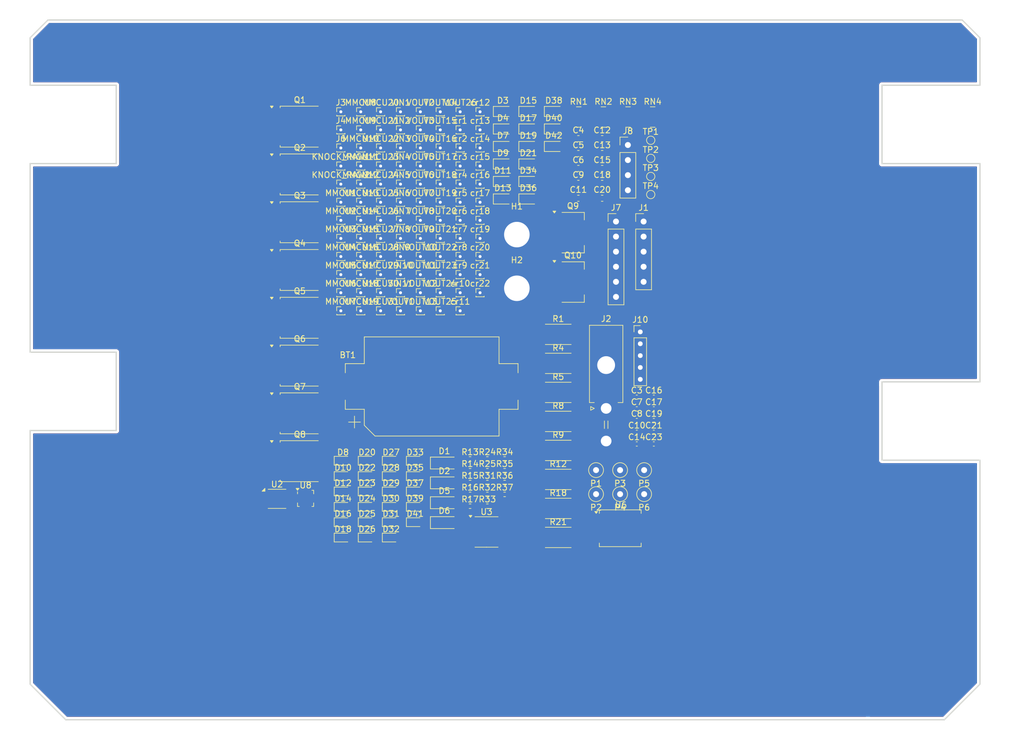
<source format=kicad_pcb>
(kicad_pcb (version 20240108) (generator "pcbnew") (generator_version "8.0")
  (title_block (title "Porsche88") (date "2024-07-24") (rev "a"))
  (layers (0 "F.Cu" signal) (1 "In1.Cu" signal) (2 "In2.Cu" signal) (31 "B.Cu" signal) (34 "B.Paste" user) (35 "F.Paste" user) (36 "B.SilkS" user "B.Silkscreen") (37 "F.SilkS" user "F.Silkscreen") (38 "B.Mask" user) (39 "F.Mask" user) (44 "Edge.Cuts" user))
  (net 0 "")
  (net 1 "GND")
  (net 2 "/COIL_4")
  (net 3 "/COIL_6")
  (net 4 "/COIL_5")
  (net 5 "/COIL_1")
  (net 6 "/COIL_2")
  (net 7 "/COIL_3")
  (net 8 "/COIL_7")
  (net 9 "/COIL_8")
  (net 10 "Net-(BT1-+)")
  (net 11 "+5V")
  (net 12 "Net-(U3A--)")
  (net 13 "Net-(C4-Pad2)")
  (net 14 "Net-(U3B--)")
  (net 15 "Net-(C5-Pad2)")
  (net 16 "+12V_RAW")
  (net 17 "+5VA")
  (net 18 "Net-(U4-ENA)")
  (net 19 "Net-(C10-Pad1)")
  (net 20 "Net-(U4-VCP)")
  (net 21 "Net-(D4-K)")
  (net 22 "/NRESET")
  (net 23 "+3V3")
  (net 24 "Net-(cr1-Pin_1)")
  (net 25 "Net-(cr2-Pin_1)")
  (net 26 "Net-(cr3-Pin_1)")
  (net 27 "Net-(cr4-Pin_1)")
  (net 28 "Net-(cr5-Pin_1)")
  (net 29 "Net-(cr6-Pin_1)")
  (net 30 "Net-(cr7-Pin_1)")
  (net 31 "Net-(cr8-Pin_1)")
  (net 32 "Net-(cr9-Pin_1)")
  (net 33 "Net-(cr10-Pin_1)")
  (net 34 "Net-(cr11-Pin_1)")
  (net 35 "Net-(cr12-Pin_1)")
  (net 36 "Net-(cr13-Pin_1)")
  (net 37 "Net-(cr14-Pin_1)")
  (net 38 "Net-(cr15-Pin_1)")
  (net 39 "Net-(cr16-Pin_1)")
  (net 40 "Net-(cr17-Pin_1)")
  (net 41 "Net-(cr18-Pin_1)")
  (net 42 "Net-(cr19-Pin_1)")
  (net 43 "Net-(cr20-Pin_1)")
  (net 44 "Net-(cr21-Pin_1)")
  (net 45 "/OUT_ICV")
  (net 46 "/OUT_EVAP")
  (net 47 "Net-(D2-A)")
  (net 48 "Net-(D3-K)")
  (net 49 "/OUT_IDLE")
  (net 50 "/OUT_INJ1")
  (net 51 "Net-(D7-K)")
  (net 52 "/OUT_INJ2")
  (net 53 "Net-(D10-A)")
  (net 54 "Net-(D11-K)")
  (net 55 "/OUT_INJ3")
  (net 56 "/OUT_INJ4")
  (net 57 "Net-(D13-K)")
  (net 58 "/OUT_INJ5")
  (net 59 "Net-(D15-K)")
  (net 60 "/OUT_INJ6")
  (net 61 "Net-(D17-K)")
  (net 62 "/OUT_INJ7")
  (net 63 "Net-(D19-K)")
  (net 64 "/OUT_INJ8")
  (net 65 "Net-(D21-K)")
  (net 66 "/OUT_IGN8")
  (net 67 "Net-(D23-K)")
  (net 68 "/OUT_IGN6")
  (net 69 "Net-(D24-K)")
  (net 70 "/OUT_IGN4")
  (net 71 "Net-(D25-K)")
  (net 72 "Net-(D26-K)")
  (net 73 "/OUT_IGN2")
  (net 74 "Net-(D27-K)")
  (net 75 "/OUT_IGN7")
  (net 76 "/OUT_IGN5")
  (net 77 "Net-(D28-K)")
  (net 78 "/OUT_IGN3")
  (net 79 "Net-(D29-K)")
  (net 80 "/OUT_IGN1")
  (net 81 "Net-(D30-K)")
  (net 82 "Net-(D31-K)")
  (net 83 "Net-(D32-K)")
  (net 84 "Net-(D33-K)")
  (net 85 "+12V")
  (net 86 "Net-(D35-K)")
  (net 87 "Net-(D37-K)")
  (net 88 "/OUT_MAIN_RELAY")
  (net 89 "/OUT_FUEL_PUMP_RELAY")
  (net 90 "Net-(D39-A)")
  (net 91 "Net-(D41-A)")
  (net 92 "/IN_CRANK")
  (net 93 "/OUT_ETB+")
  (net 94 "/OUT_ETB-")
  (net 95 "Net-(J3-Pin_1)")
  (net 96 "Net-(J4-Pin_1)")
  (net 97 "Net-(J6-Pin_1)")
  (net 98 "/IN_TPS3")
  (net 99 "+5VP")
  (net 100 "/IN_TPS2")
  (net 101 "/IN_PPS1")
  (net 102 "/IN_PPS2")
  (net 103 "/USBP")
  (net 105 "/USBM")
  (net 106 "/VBUS")
  (net 107 "/IN_KNOCK1_RAW")
  (net 108 "/IN_KNOCK2_RAW")
  (net 109 "Net-(M9B-OUT_PWM4)")
  (net 110 "Net-(M9B-OUT_IO2)")
  (net 111 "Net-(M9B-OUT_IO4)")
  (net 112 "Net-(M9B-OUT_IO6)")
  (net 113 "Net-(M9B-OUT_IO8)")
  (net 114 "Net-(M9B-OUT_IO9)")
  (net 115 "Net-(M9B-OUT_IO10)")
  (net 116 "Net-(M9B-OUT_IO11)")
  (net 117 "Net-(M9B-OUT_IO12)")
  (net 118 "Net-(M9B-OUT_IO13)")
  (net 119 "Net-(M9C-IN_D1)")
  (net 120 "Net-(M9C-IN_D2)")
  (net 121 "Net-(M9C-IN_D3)")
  (net 122 "Net-(M9C-IN_D4)")
  (net 123 "Net-(M9A-SPI1_SCK)")
  (net 124 "Net-(M9A-SPI1_MISO)")
  (net 125 "Net-(M9A-SPI1_MOSI)")
  (net 126 "Net-(M9A-SPI1_CS1)")
  (net 127 "Net-(M9A-SPI1_CS2)")
  (net 128 "Net-(M9A-UART8_RX)")
  (net 129 "Net-(M9A-UART8_TX)")
  (net 130 "Net-(M9A-UART2_RX)")
  (net 131 "Net-(M9A-UART2_TX)")
  (net 132 "Net-(M9A-USB1ID)")
  (net 133 "Net-(M9A-SWCLK)")
  (net 134 "Net-(M9A-SWDIO)")
  (net 135 "Net-(M9A-SWO)")
  (net 136 "Net-(M9D-IO1)")
  (net 137 "Net-(M9D-IO2)")
  (net 138 "Net-(M9D-IO3)")
  (net 139 "Net-(M9D-IO4)")
  (net 140 "/LSU_HEAT-")
  (net 141 "/LSU_CALIBR_RES")
  (net 142 "/LSU_PUMP_I")
  (net 143 "/LSU_SENSOR_U{slash}PUMP_I")
  (net 144 "/LSU_SENSOR_U")
  (net 145 "Net-(Q1-G)")
  (net 146 "Net-(Q2-G)")
  (net 147 "Net-(Q3-G)")
  (net 148 "Net-(Q4-G)")
  (net 149 "Net-(Q5-G)")
  (net 150 "Net-(Q6-G)")
  (net 151 "Net-(Q7-G)")
  (net 152 "Net-(Q8-G)")
  (net 153 "/ICV")
  (net 154 "/IDLE")
  (net 155 "/IN_CRANK+")
  (net 156 "/VREF1")
  (net 157 "/IN_CRANK-")
  (net 158 "/ETB_EN")
  (net 159 "/12V_prot")
  (net 163 "/IN_KNOCK2")
  (net 164 "/IN_KNOCK1")
  (net 170 "Net-(M7C-IN_MAP3)")
  (net 171 "/LPS_SDA")
  (net 172 "/LPS_SCL")
  (net 174 "Net-(M7C-IN_SENS2)")
  (net 175 "Net-(M7C-IN_RES1)")
  (net 176 "Net-(M7C-IN_RES2)")
  (net 177 "Net-(M7C-IN_RES3)")
  (net 178 "Net-(M7C-IN_O2S)")
  (net 179 "Net-(M7C-IN_O2S2)")
  (net 180 "Net-(M7C-IN_AUX4)")
  (net 181 "Net-(M7C-IN_SENS1)")
  (net 182 "Net-(M7C-IN_SENS4)")
  (net 183 "Net-(M7B-WBO_O2S)")
  (net 184 "Net-(M7B-WBO_O2S2)")
  (net 185 "Net-(M6C-OUT_LOW2)")
  (net 186 "Net-(M6C-OUT_LOW6_DIODE)")
  (net 187 "Net-(M6C-OUT_LOW7_PULLUP)")
  (net 188 "Net-(M6C-OUT_LOW8_PULLUP)")
  (net 189 "Net-(M6C-OUT_LOW9)")
  (net 190 "Net-(M6C-OUT_LOW11)")
  (net 191 "Net-(M6C-OUT_LOW12)")
  (net 192 "Net-(M6C-OUT_SOLENOID_A1)")
  (net 193 "Net-(M6C-OUT_SOLENOID_A2)")
  (net 194 "Net-(M6C-OUT_SOLENOID_B1)")
  (net 195 "Net-(M6C-OUT_SOLENOID_B2)")
  (net 196 "Net-(M6C-OUT_HIGH1)")
  (net 197 "Net-(M6C-OUT_HIGH2)")
  (net 198 "Net-(M6B-LOW8_HIGH2)")
  (net 199 "Net-(M6B-LOW9)")
  (net 200 "Net-(M6B-LOW11)")
  (net 201 "Net-(M6B-LOW12)")
  (net 202 "Net-(M6B-SOLENOID_A1)")
  (net 203 "Net-(M6B-SOLENOID_A2)")
  (net 204 "Net-(M6B-SOLENOID_B1)")
  (net 205 "Net-(M6B-SOLENOID_B2)")
  (net 206 "Net-(M6B-LOW1)")
  (net 207 "Net-(M6B-LOW2)")
  (net 208 "Net-(M6B-LOW6_DIODE)")
  (net 209 "Net-(M6B-LOW7_HIGH1)")
  (footprint "Capacitor_SMD:C_0603_1608Metric" (layer "F.Cu") (at 161.99 54.835)
    (property "Reference" "C12")
    (property "Value" "10u")
  )
  (footprint "Connector_PinHeader_1.00mm:PinHeader_1x01_P1.00mm_Vertical" (layer "F.Cu") (at 117.97 83.855)
    (property "Reference" "MMCU7")
    (property "Value" "MMCU")
  )
  (footprint "Connector_PinHeader_1.00mm:PinHeader_1x01_P1.00mm_Vertical" (layer "F.Cu") (at 128.02 65.555)
    (property "Reference" "VIN6")
    (property "Value" "VIN8")
  )
  (footprint "Diode_SMD:D_SOD-323" (layer "F.Cu") (at 145.265 53.205)
    (property "Reference" "D4")
    (property "Value" "1N4148WS")
  )
  (footprint "Connector_PinHeader_1.00mm:PinHeader_1x01_P1.00mm_Vertical" (layer "F.Cu") (at 124.67 68.605)
    (property "Reference" "MMCU26")
    (property "Value" "MMCU")
  )
  (footprint "Connector_PinHeader_1.00mm:PinHeader_1x01_P1.00mm_Vertical" (layer "F.Cu") (at 121.32 68.605)
    (property "Reference" "MMCU14")
    (property "Value" "MMCU")
  )
  (footprint "LED_SMD:LED_0603_1608Metric" (layer "F.Cu") (at 118.34 111.715)
    (property "Reference" "D10")
    (property "Value" "LED-RED-0603")
  )
  (footprint "Capacitor_SMD:C_0603_1608Metric" (layer "F.Cu") (at 161.99 64.875)
    (property "Reference" "C20")
    (property "Value" "10u")
  )
  (footprint "Connector_PinHeader_1.00mm:PinHeader_1x01_P1.00mm_Vertical" (layer "F.Cu") (at 124.67 50.305)
    (property "Reference" "MMCU20")
    (property "Value" "MMCU")
  )
  (footprint "Connector_PinHeader_1.00mm:PinHeader_1x01_P1.00mm_Vertical" (layer "F.Cu") (at 128.02 59.455)
    (property "Reference" "VIN4")
    (property "Value" "VIN8")
  )
  (footprint "Connector_PinHeader_1.00mm:PinHeader_1x01_P1.00mm_Vertical" (layer "F.Cu") (at 141.42 74.705)
    (property "Reference" "cr20")
    (property "Value" "cr")
  )
  (footprint "Connector_PinHeader_1.00mm:PinHeader_1x01_P1.00mm_Vertical" (layer "F.Cu") (at 138.07 83.855)
    (property "Reference" "cr11")
    (property "Value" "cr")
  )
  (footprint "Capacitor_SMD:C_0402_1005Metric" (layer "F.Cu") (at 170.69 100.385)
    (property "Reference" "C17")
    (property "Value" "100nF")
  )
  (footprint "Connector_PinHeader_1.00mm:PinHeader_1x01_P1.00mm_Vertical" (layer "F.Cu") (at 121.32 71.655)
    (property "Reference" "MMCU15")
    (property "Value" "MMCU")
  )
  (footprint "Capacitor_SMD:C_0603_1608Metric" (layer "F.Cu") (at 157.98 59.855)
    (property "Reference" "C6")
    (property "Value" "10u")
  )
  (footprint "Connector_PinHeader_1.00mm:PinHeader_1x01_P1.00mm_Vertical" (layer "F.Cu") (at 121.32 65.555)
    (property "Reference" "MMCU13")
    (property "Value" "MMCU")
  )
  (footprint "LED_SMD:LED_0603_1608Metric" (layer "F.Cu") (at 118.34 119.485)
    (property "Reference" "D16")
    (property "Value" "LED-RED-0603")
  )
  (footprint "Capacitor_SMD:C_0402_1005Metric" (layer "F.Cu") (at 167.82 100.385)
    (property "Reference" "C7")
    (property "Value" "100nF")
  )
  (footprint "Resistor_SMD:R_Array_Concave_4x0603" (layer "F.Cu") (at 158.05 51.185)
    (property "Reference" "RN1")
    (property "Value" "4.7k")
  )
  (footprint "Connector_Pin:Pin_D1.0mm_L10.0mm" (layer "F.Cu") (at 165.01 110.705)
    (property "Reference" "P3")
    (property "Value" "P")
  )
  (footprint "Connector_PinHeader_2.00mm:PinHeader_1x05_P2.00mm_Vertical" (layer "F.Cu") (at 168.41 87.405)
    (property "Reference" "J10")
    (property "Value" "Conn_01x05")
  )
  (footprint "Connector_PinHeader_1.00mm:PinHeader_1x01_P1.00mm_Vertical" (layer "F.Cu") (at 138.07 71.655)
    (property "Reference" "cr7")
    (property "Value" "cr")
  )
  (footprint "Connector_PinHeader_1.00mm:PinHeader_1x01_P1.00mm_Vertical" (layer "F.Cu") (at 117.97 50.305)
    (property "Reference" "J3")
    (property "Value" "VRIN1")
  )
  (footprint "Resistor_SMD:R_0402_1005Metric" (layer "F.Cu") (at 142.65 108.825)
    (property "Reference" "R24")
    (property "Value" "10k")
  )
  (footprint "Resistor_SMD:R_0402_1005Metric" (layer "F.Cu") (at 139.74 116.785)
    (property "Reference" "R17")
    (property "Value" "10k")
  )
  (footprint "Connector_PinHeader_1.00mm:PinHeader_1x01_P1.00mm_Vertical" (layer "F.Cu") (at 128.02 62.505)
    (property "Reference" "VIN5")
    (property "Value" "VIN8")
  )
  (footprint "Diode_SMD:D_SOD-323" (layer "F.Cu") (at 145.265 56.155)
    (property "Reference" "D7")
    (property "Value" "1N4148WS")
  )
  (footprint "Connector_PinHeader_1.00mm:PinHeader_1x01_P1.00mm_Vertical" (layer "F.Cu") (at 121.32 83.855)
    (property "Reference" "MMCU19")
    (property "Value" "MMCU")
  )
  (footprint "Connector_PinHeader_1.00mm:PinHeader_1x01_P1.00mm_Vertical" (layer "F.Cu") (at 128.02 50.305)
    (property "Reference" "VIN1")
    (property "Value" "VIN9")
  )
  (footprint "Capacitor_SMD:C_0402_1005Metric" (layer "F.Cu") (at 167.82 98.415)
    (property "Reference" "C3")
    (property "Value" "100nF")
  )
  (footprint "Connector_PinHeader_1.00mm:PinHeader_1x01_P1.00mm_Vertical" (layer "F.Cu") (at 138.07 56.405)
    (property "Reference" "cr2")
    (property "Value" "cr")
  )
  (footprint "LED_SMD:LED_0603_1608Metric" (layer "F.Cu") (at 118.34 114.305)
    (property "Reference" "D12")
    (property "Value" "LED-RED-0603")
  )
  (footprint "Package_TO_SOT_SMD:SOT-223" (layer "F.Cu") (at 157.07 79.005)
    (property "Reference" "Q10")
    (property "Value" "AUIPS2041LTR")
  )
  (footprint "Connector_PinHeader_1.00mm:PinHeader_1x01_P1.00mm_Vertical" (layer "F.Cu") (at 141.42 71.655)
    (property "Reference" "cr19")
    (property "Value" "cr")
  )
  (footprint "Connector_PinHeader_1.00mm:PinHeader_1x01_P1.00mm_Vertical" (layer "F.Cu") (at 128.02 80.805)
    (property "Reference" "VIN11")
    (property "Value" "VIN17")
  )
  (footprint "TestPoint:TestPoint_Pad_D1.0mm" (layer "F.Cu") (at 170.17 64.255)
    (property "Reference" "TP4")
    (property "Value" "TestPoint")
  )
  (footprint "Connector_PinHeader_1.00mm:PinHeader_1x01_P1.00mm_Vertical" (layer "F.Cu") (at 134.72 77.755)
    (property "Reference" "VOUT23")
    (property "Value" "VOUT4")
  )
  (footprint "Resistor_SMD:R_2512_6332Metric" (layer "F.Cu") (at 154.59 122.055)
    (property "Reference" "R21")
    (property "Value" "DNP")
  )
  (footprint "Connector_PinHeader_1.00mm:PinHeader_1x01_P1.00mm_Vertical" (layer "F.Cu") (at 121.32 53.355)
    (property "Reference" "MMCU9")
    (property "Value" "MMCU")
  )
  (footprint "Connector_PinHeader_1.00mm:PinHeader_1x01_P1.00mm_Vertical" (layer "F.Cu") (at 141.42 56.405)
    (property "Reference" "cr14")
    (property "Value" "cr")
  )
  (footprint "TestPoint:TestPoint_Pad_D1.0mm" (layer "F.Cu") (at 170.17 55.105)
    (property "Reference" "TP1")
    (property "Value" "TestPoint")
  )
  (footprint "Diode_SMD:D_SOD-323" (layer "F.Cu") (at 149.56 65.005)
    (property "Reference" "D36")
    (property "Value" "1N4148WS")
  )
  (footprint "Connector_PinHeader_1.00mm:PinHeader_1x01_P1.00mm_Vertical" (layer "F.Cu") (at 134.72 83.855)
    (property "Reference" "VOUT25")
    (property "Value" "VOUT4")
  )
  (footprint "Package_TO_SOT_SMD:TO-252-2" (layer "F.Cu") (at 111.06 93.085)
    (property "Reference" "Q6")
    (property "Value" "NGD8201AN")
  )
  (footprint "Resistor_SMD:R_0402_1005Metric" (layer "F.Cu") (at 142.65 110.815)
    (property "Reference" "R25")
    (property "Value" "10k")
  )
  (footprint "Resistor_SMD:R_0402_1005Metric" (layer "F.Cu") (at 145.56 112.805)
    (property "Reference" "R36")
    (property "Value" "20k")
  )
  (footprint "Connector_PinHeader_1.00mm:PinHeader_1x01_P1.00mm_Vertical" (layer "F.Cu") (at 141.42 62.505)
    (property "Reference" "cr16")
    (property "Value" "cr")
  )
  (footprint "Connector_PinHeader_1.00mm:PinHeader_1x01_P1.00mm_Vertical" (layer "F.Cu") (at 134.72 56.405)
    (property "Reference" "VOUT16")
    (property "Value" "VOUT4")
  )
  (footprint "Connector_PinHeader_1.00mm:PinHeader_1x01_P1.00mm_Vertical" (layer "F.Cu") (at 134.72 71.655)
    (property "Reference" "VOUT21")
    (property "Value" "VOUT4")
  )
  (footprint "Connector_PinHeader_1.00mm:PinHeader_1x01_P1.00mm_Vertical" (layer "F.Cu") (at 138.07 77.755)
    (property "Reference" "cr9")
    (property "Value" "cr")
  )
  (footprint "Connector_PinHeader_1.00mm:PinHeader_1x01_P1.00mm_Vertical" (layer "F.Cu") (at 138.07 50.305)
    (property "Reference" "VOUT26")
    (property "Value" "VOUT4")
  )
  (footprint "Connector_PinHeader_1.00mm:PinHeader_1x01_P1.00mm_Vertical" (layer "F.Cu") (at 128.02 71.655)
    (property "Reference" "VIN8")
    (property "Value" "VIN8")
  )
  (footprint "Capacitor_SMD:C_0402_1005Metric" (layer "F.Cu") (at 167.82 106.295)
    (property "Reference" "C14")
    (property "Value" "220nF")
  )
  (footprint "Connector_PinHeader_1.00mm:PinHeader_1x01_P1.00mm_Vertical" (layer "F.Cu") (at 117.97 65.555)
    (property "Reference" "MMCU1")
    (property "Value" "MMCU")
  )
  (footprint "LED_SMD:LED_0603_1608Metric" (layer "F.Cu") (at 122.39 116.895)
    (property "Reference" "D24")
    (property "Value" "LED-BLUE-0603")
  )
  (footprint "Connector_PinHeader_1.00mm:PinHeader_1x01_P1.00mm_Vertical" (layer "F.Cu") (at 134.72 65.555)
    (property "Reference" "VOUT19")
    (property "Value" "VOUT4")
  )
  (footprint "Diode_SMD:D_SOD-323" (layer "F.Cu") (at 153.855 56.155)
    (property "Reference" "D42")
    (property "Value" "1N4148WS")
  )
  (footprint "Capacitor_SMD:C_0402_1005Metric" (layer "F.Cu") (at 170.69 104.325)
    (property "Reference" "C21")
    (property "Value" "100nF")
  )
  (footprint "LED_SMD:LED_0603_1608Metric" (layer "F.Cu") (at 130.49 114.305)
    (property "Reference" "D37")
    (property "Value" "LED-RED-0603")
  )
  (footprint "Connector_PinHeader_1.00mm:PinHeader_1x01_P1.00mm_Vertical" (layer "F.Cu") (at 117.97 80.805)
    (property "Reference" "MMCU6")
    (property "Value" "MMCU")
  )
  (footprint "Capacitor_SMD:C_0603_1608Metric" (layer "F.Cu") (at 161.99 62.365)
    (property "Reference" "C18")
    (property "Value" "10u")
  )
  (footprint "Diode_SMD:D_SOD-323" (layer "F.Cu") (at 153.855 50.255)
    (property "Reference" "D38")
    (property "Value" "1N4148WS")
  )
  (footprint "MountingHole:MountingHole_4.3mm_M4_DIN965" (layer "F.Cu") (at 147.62 80.055)
    (property "Reference" "H2")
    (property "Value" "MountingHole")
  )
  (footprint "Resistor_SMD:R_2512_6332Metric" (layer "F.Cu") (at 154.59 92.715)
    (property "Reference" "R4")
    (property "Value" "DNP")
  )
  (footprint "Connector_PinHeader_1.00mm:PinHeader_1x01_P1.00mm_Vertical" (layer "F.Cu") (at 124.67 62.505)
    (property "Reference" "MMCU24")
    (property "Value" "MMCU")
  )
  (footprint "Connector_PinHeader_1.00mm:PinHeader_1x01_P1.00mm_Vertical" (layer "F.Cu") (at 117.97 71.655)
    (property "Reference" "MMCU3")
    (property "Value" "MMCU")
  )
  (footprint "Connector_PinHeader_1.00mm:PinHeader_1x01_P1.00mm_Vertical" (layer "F.Cu") (at 134.72 53.355)
    (property "Reference" "VOUT15")
    (property "Value" "VOUT4")
  )
  (footprint "Connector_PinHeader_1.00mm:PinHeader_1x01_P1.00mm_Vertical" (layer "F.Cu") (at 117.97 77.755)
    (property "Reference" "MMCU5")
    (property "Value" "MMCU")
  )
  (footprint "Connector_PinHeader_1.00mm:PinHeader_1x01_P1.00mm_Vertical" (layer "F.Cu") (at 128.02 68.605)
    (property "Reference" "VIN7")
    (property "Value" "VIN8")
  )
  (footprint "Resistor_SMD:R_0402_1005Metric" (layer "F.Cu") (at 139.74 110.815)
    (property "Reference" "R14")
    (property "Value" "DNP")
  )
  (footprint "Capacitor_SMD:C_0603_1608Metric" (layer "F.Cu") (at 157.98 62.365)
    (property "Reference" "C9")
    (property "Value" "10u")
  )
  (footprint "Resistor_SMD:R_2512_6332Metric" (layer "F.Cu") (at 154.59 112.275)
    (property "Reference" "R12")
    (property "Value" "DNP")
  )
  (footprint "Connector_PinHeader_1.00mm:PinHeader_1x01_P1.00mm_Vertical" (layer "F.Cu") (at 124.67 56.405)
    (property "Reference" "MMCU22")
    (property "Value" "MMCU")
  )
  (footprint "Connector_PinHeader_1.00mm:PinHeader_1x01_P1.00mm_Vertical" (layer "F.Cu") (at 128.02 83.855)
    (property "Reference" "VOUT1")
    (property "Value" "VOUT4")
  )
  (footprint "Connector_Pin:Pin_D1.0mm_L10.0mm" (layer "F.Cu") (at 169.06 110.705)
    (property "Reference" "P5")
    (property "Value" "P")
  )
  (footprint "Connector_PinHeader_1.00mm:PinHeader_1x01_P1.00mm_Vertical" (layer "F.Cu") (at 131.37 83.855)
    (property "Reference" "VOUT13")
    (property "Value" "VOUT5")
  )
  (footprint "Connector_PinHeader_1.00mm:PinHeader_1x01_P1.00mm_Vertical" (layer "F.Cu") (at 124.67 77.755)
    (property "Reference" "MMCU29")
    (property "Value" "MMCU")
  )
  (footprint "Capacitor_SMD:C_0603_1608Metric" (layer "F.Cu") (at 161.99 59.855)
    (property "Reference" "C15")
    (property "Value" "10u")
  )
  (footprint "LED_SMD:LED_0603_1608Metric" (layer "F.Cu") (at 126.44 122.075)
    (property "Reference" "D32")
    (property "Value" "LED-GREEN-0603")
  )
  (footprint "Connector_PinHeader_1.00mm:PinHeader_1x01_P1.00mm_Vertical" (layer "F.Cu") (at 121.32 80.805)
    (property "Reference" "MMCU18")
    (property "Value" "MMCU")
  )
  (footprint "LED_SMD:LED_0603_1608Metric" (layer "F.Cu") (at 130.49 116.895)
    (property "Reference" "D39")
    (property "Value" "LED-RED-0603")
  )
  (footprint "Capacitor_SMD:C_0402_1005Metric" (layer "F.Cu") (at 170.69 106.295)
    (property "Reference" "C23")
    (property "Value" "100nF")
  )
  (footprint "Package_TO_SOT_SMD:TO-252-2" (layer "F.Cu") (at 111.06 52.81)
    (property "Reference" "Q1")
    (property "Value" "NGD8201AN")
  )
  (footprint "Connector_PinHeader_2.54mm:PinHeader_1x05_P2.54mm_Vertical" (layer "F.Cu") (at 168.97 68.805)
    (property "Reference" "J1")
    (property "Value" "Conn_01x05")
  )
  (footprint "Package_TO_SOT_SMD:TO-252-2" (layer "F.Cu") (at 111.06 76.975)
    (property "Reference" "Q4")
    (property "Value" "NGD8201AN")
  )
  (footprint "LED_SMD:LED_0603_1608Metric" (layer "F.Cu") (at 130.49 119.485)
    (property "Reference" "D41")
    (property "Value" "LED-WHITE-0603")
  )
  (footprint "Resistor_SMD:R_0402_1005Metric" (layer "F.Cu") (at 139.74 108.825)
    (property "Reference" "R13")
    (property "Value" "DNP")
  )
  (footprint "Package_TO_SOT_SMD:TO-252-2" (layer "F.Cu") (at 111.06 109.195)
    (property "Reference" "Q8")
    (property "Value" "NGD8201AN")
  )
  (footprint "Connector_PinHeader_1.00mm:PinHeader_1x01_P1.00mm_Vertical" (layer "F.Cu") (at 131.37 50.305)
    (property "Reference" "VOUT2")
    (property "Value" "VOUT4")
  )
  (footprint "Connector_PinHeader_1.00mm:PinHeader_1x01_P1.00mm_Vertical" (layer "F.Cu") (at 124.67 53.355)
    (property "Reference" "MMCU21")
    (property "Value" "MMCU")
  )
  (footprint "Connector_PinHeader_2.54mm:PinHeader_1x04_P2.54mm_Vertical" (layer "F.Cu") (at 166.32 55.905)
    (property "Reference" "J8")
    (property "Value" "PPS")
  )
  (footprint "Resistor_SMD:R_0402_1005Metric" (layer "F.Cu") (at 145.56 108.825)
    (property "Reference" "R34")
    (property "Value" "5k1")
  )
  (footprint "TestPoint:TestPoint_Pad_D1.0mm" (layer "F.Cu") (at 170.17 61.205)
    (property "Reference" "TP3")
    (property "Value" "TestPoint")
  )
  (footprint "Connector_PinHeader_1.00mm:PinHeader_1x01_P1.00mm_Vertical" (layer "F.Cu") (at 117.97 62.505)
    (property "Reference" "KNOCK_RAW2")
    (property "Value" "IN_KNOCK2_RAW")
  )
  (footprint "Resistor_SMD:R_0402_1005Metric" (layer "F.Cu") (at 139.74 112.805)
    (property "Reference" "R15")
    (property "Value" "100k")
  )
  (footprint "Connector_PinHeader_1.00mm:PinHeader_1x01_P1.00mm_Vertical" (layer "F.Cu") (at 134.72 62.505)
    (property "Reference" "VOUT18")
    (property "Value" "VOUT6")
  )
  (footprint "Resistor_SMD:R_2512_6332Metric" (layer "F.Cu") (at 154.59 87.825)
    (property "Reference" "R1")
    (property "Value" "DNP")
  )
  (footprint "Diode_SMD:D_SOD-123" (layer "F.Cu") (at 135.415 112.855)
    (property "Reference" "D2")
    (property "Value" "B5819W")
  )
  (footprint "Connector_PinHeader_1.00mm:PinHeader_1x01_P1.00mm_Vertical" (layer "F.Cu") (at 141.42 53.355)
    (property "Reference" "cr13")
    (property "Value" "cr")
  )
  (footprint "Connector_PinHeader_1.00mm:PinHeader_1x01_P1.00mm_Vertical" (layer "F.Cu") (at 128.02 74.705)
    (property "Reference" "VIN9")
    (property "Value" "VIN10")
  )
  (footprint "Package_LGA:ST_HLGA-10_2.5x2.5mm_P0.6mm_LayoutBorder3x2y" (layer "F.Cu") (at 112.035 115.47)
    (property "Reference" "U8")
    (property "Value" "LPS25HB")
  )
  (footprint "Connector_PinHeader_1.00mm:PinHeader_1x01_P1.00mm_Vertical" (layer "F.Cu") (at 141.42 59.455)
    (property "Reference" "cr15")
    (property "Value" "cr")
  )
  (footprint "Capacitor_SMD:C_0402_1005Metric" (layer "F.Cu") (at 170.69 102.355)
    (property "Reference" "C19")
    (property "Value" "100nF")
  )
  (footprint "Connector_PinHeader_1.00mm:PinHeader_1x01_P1.00mm_Vertical" (layer "F.Cu") (at 134.72 68.605)
    (property "Reference" "VOUT20")
    (property "Value" "VOUT4")
  )
  (footprint "Diode_SMD:D_SOD-323" (layer "F.Cu") (at 149.56 53.205)
    (property "Reference" "D17")
    (property "Value" "1N4148WS")
  )
  (footprint "Connector_PinHeader_1.00mm:PinHeader_1x01_P1.00mm_Vertical" (layer "F.Cu") (at 117.97 56.405)
    (property "Reference" "J6")
    (property "Value" "VROUT1")
  )
  (footprint "Package_TO_SOT_SMD:SOT-223" (layer "F.Cu") (at 157.07 70.68)
    (property "Reference" "Q9")
    (property "Value" "AUIPS2041LTR")
  )
  (footprint "Connector_PinHeader_1.00mm:PinHeader_1x01_P1.00mm_Vertical" (layer "F.Cu") (at 124.67 80.805)
    (property "Reference" "MMCU30")
    (property "Value" "MMCU")
  )
  (footprint "Connector_PinHeader_1.00mm:PinHeader_1x01_P1.00mm_Vertical" (layer "F.Cu") (at 124.67 74.705)
    (property "Reference" "MMCU28")
    (property "Value" "MMCU")
  )
  (footprint "Resistor_SMD:R_2512_6332Metric" (layer "F.Cu") (at 154.59 107.385)
    (property "Reference" "R9")
    (property "Value" "DNP")
  )
  (footprint "Connector_PinHeader_1.00mm:PinHeader_1x01_P1.00mm_Vertical" (layer "F.Cu") (at 141.42 65.555)
    (property "Reference" "cr17")
    (property "Value" "cr")
  )
  (footprint "LED_SMD:LED_0603_1608Metric" (layer "F.Cu") (at 122.39 111.715)
    (property "Reference" "D22")
    (property "Value" "LED-RED-0603")
  )
  (footprint "Connector_PinHeader_1.00mm:PinHeader_1x01_P1.00mm_Vertical" (layer "F.Cu") (at 124.67 71.655)
    (property "Reference" "MMCU27")
    (property "Value" "MMCU")
  )
  (footprint "Resistor_SMD:R_0402_1005Metric" (layer "F.Cu") (at 142.65 112.805)
    (property "Reference" "R31")
    (property "Value" "1k6")
  )
  (footprint "LED_SMD:LED_0603_1608Metric" (layer "F.Cu") (at 130.49 111.715)
    (property "Reference" "D35")
    (property "Value" "LED-GREEN-0603")
  )
  (footprint "Connector_PinHeader_1.00mm:PinHeader_1x01_P1.00mm_Vertical" (layer "F.Cu") (at 117.97 74.705)
    (property "Reference" "MMCU4")
    (property "Value" "MMCU")
  )
  (footprint "LED_SMD:LED_0603_1608Metric" (layer "F.Cu") (at 122.39 119.485)
    (property "Reference" "D25")
    (property "Value" "LED-BLUE-0603")
  )
  (footprint "Connector_PinHeader_1.00mm:PinHeader_1x01_P1.00mm_Vertical" (layer "F.Cu") (at 138.07 62.505)
    (property "Reference" "cr4")
    (property "Value" "cr")
  )
  (footprint "Connector_PinHeader_2.54mm:PinHeader_1x06_P2.54mm_Vertical" (layer "F.Cu") (at 164.32 68.805)
    (property "Reference" "J7")
    (property "Value" "ETB")
  )
  (footprint "Connector_PinHeader_1.00mm:PinHeader_1x01_P1.00mm_Vertical" (layer "F.Cu") (at 117.97 68.605)
    (property "Reference" "MMCU2")
    (property "Value" "MMCU")
  )
  (footprint "Capacitor_SMD:C_0603_1608Metric" (layer "F.Cu") (at 157.98 54.835)
    (property "Reference" "C4")
    (property "Value" "10u")
  )
  (footprint "LED_SMD:LED_0603_1608Metric" (layer "F.Cu") (at 122.39 109.125)
    (property "Reference" "D20")
    (property "Value" "LED-RED-0603")
  )
  (footprint "Connector_PinHeader_1.00mm:PinHeader_1x01_P1.00mm_Vertical" (layer "F.Cu") (at 121.32 77.755)
    (property "Reference" "MMCU17")
    (property "Value" "MMCU")
  )
  (footprint "Connector_PinHeader_1.00mm:PinHeader_1x01_P1.00mm_Vertical" (layer "F.Cu") (at 124.67 83.855)
    (property "Reference" "MMCU31")
    (property "Value" "MMCU")
  )
  (footprint "Connector_Molex:Molex_Mini-Fit_Jr_5569-02A2_2x01_P4.20mm_Horizontal" (layer "F.Cu") (at 162.66 100.305)
    (property "Reference" "J2")
    (property "Value" "MiniFit")
  )
  (footprint "Connector_PinHeader_1.00mm:PinHeader_1x01_P1.00mm_Vertical" (layer "F.Cu") (at 138.07 65.555)
    (property "Reference" "cr5")
    (property "Value" "cr")
  )
  (footprint "Connector_PinHeader_1.00mm:PinHeader_1x01_P1.00mm_Vertical" (layer "F.Cu") (at 131.37 80.805)
    (property "Reference" "VOUT12")
    (property "Value" "VOUT4")
  )
  (footprint "Connector_PinHeader_1.00mm:PinHeader_1x01_P1.00mm_Vertical" (layer "F.Cu") (at 141.42 50.305)
    (property "Reference" "cr12")
    (property "Value" "cr")
  )
  (footprint "Resistor_SMD:R_0402_1005Metric" (layer "F.Cu") (at 142.65 116.785)
    (property "Reference" "R33")
    (property "Value" "5k1")
  )
  (footprint "Capacitor_SMD:C_0402_1005Metric" (layer "F.Cu") (at 167.82 102.355)
    (property "Reference" "C8")
    (property "Value" "5.6nF")
  )
  (footprint "Connector_PinHeader_1.00mm:PinHeader_1x01_P1.00mm_Vertical" (layer "F.Cu") (at 121.32 50.305)
    (property "Reference" "MMCU8")
    (property "Value" "MMCU")
  )
  (footprint "Diode_SMD:D_SOD-323" (layer "F.Cu") (at 145.265 59.105)
    (property "Reference" "D9")
    (property "Value" "1N4148WS")
  )
  (footprint "Connector_Pin:Pin_D1.0mm_L10.0mm" (layer "F.Cu") (at 160.96 114.755)
    (property "Reference" "P2")
    (property "Value" "P")
  )
  (footprint "Diode_SMD:D_SOD-323" (layer "F.Cu") (at 149.56 59.105)
    (property "Reference" "D21")
    (property "Value" "1N4148WS")
  )
  (footprint "LED_SMD:LED_0603_1608Metric" (layer "F.Cu") (at 126.44 111.715)
    (property "Reference" "D28")
    (property "Value" "LED-BLUE-0603")
  )
  (footprint "LED_SMD:LED_0603_1608Metric" (layer "F.Cu") (at 130.49 109.125)
    (property "Reference" "D33")
    (property "Value" "LED-GREEN-0603")
  )
  (footprint "Connector_PinHeader_1.00mm:PinHeader_1x01_P1.00mm_Vertical" (layer "F.Cu") (at 124.67 65.555)
    (property "Reference" "MMCU25")
    (property "Value" "MMCU")
  )
  (footprint "Connector_PinHeader_1.00mm:PinHeader_1x01_P1.00mm_Vertical" (layer "F.Cu") (at 138.07 80.805)
    (property "Reference" "cr10")
    (property "Value" "cr")
  )
  (footprint "Connector_PinHeader_1.00mm:PinHeader_1x01_P1.00mm_Vertical" (layer "F.Cu") (at 131.37 65.555)
    (property "Reference" "VOUT7")
    (property "Value" "VOUT4")
  )
  (footprint "Connector_PinHeader_1.00mm:PinHeader_1x01_P1.00mm_Vertical" (layer "F.Cu") (at 138.07 59.455)
    (property "Reference" "cr3")
    (property "Value" "cr")
  )
  (footprint "LED_SMD:LED_0603_1608Metric" (layer "F.Cu") (at 126.44 114.305)
    (property "Reference" "D29")
    (property "Value" "LED-BLUE-0603")
  )
  (footprint "Resistor_SMD:R_2512_6332Metric" (layer "F.Cu") (at 154.59 102.495)
    (property "Reference" "R8")
    (property "Value" "DNP")
  )
  (footprint "Capacitor_SMD:C_0402_1005Metric" (layer "F.Cu") (at 167.82 104.325)
    (property "Reference" "C10")
    (property "Value" "10nF")
  )
  (footprint "Connector_PinHeader_1.00mm:PinHeader_1x01_P1.00mm_Vertical" (layer "F.Cu") (at 138.07 74.705)
    (property "Reference" "cr8")
    (property "Value" "cr")
  )
  (footprint "Package_TO_SOT_SMD:TO-252-2" (layer "F.Cu") (at 111.06 101.14)
    (property "Reference" "Q7")
    (property "Value" "NGD8201AN")
  )
  (footprint "Connector_PinHeader_1.00mm:PinHeader_1x01_P1.00mm_Vertical" (layer "F.Cu") (at 134.72 74.705)
    (property "Reference" "VOUT22")
    (property "Value" "VOUT4")
  )
  (footprint "Connector_PinHeader_1.00mm:PinHeader_1x01_P1.00mm_Vertical" (layer "F.Cu") (at 128.02 53.355)
    (property "Reference" "VIN2")
    (property "Value" "VIN8")
  )
  (footprint "LED_SMD:LED_0603_1608Metric" (layer "F.Cu") (at 126.44 116.895)
    (property "Reference" "D30")
    (property "Value" "LED-BLUE-0603")
  )
  (footprint "Capacitor_SMD:C_0603_1608Metric" (layer "F.Cu") (at 157.98 57.345)
    (property "Reference" "C5")
    (property "Value" "10u")
  )
  (footprint "Capacitor_SMD:C_0603_1608Metric" (layer "F.Cu") (at 157.98 64.875)
    (property "Reference" "C11")
    (property "Value" "10u")
  )
  (footprint "Connector_PinHeader_1.00mm:PinHeader_1x01_P1.00mm_Vertical" (layer "F.Cu") (at 121.32 59.455)
    (property "Reference" "MMCU11")
    (property "Value" "MMCU")
  )
  (footprint "Connector_PinHeader_1.00mm:PinHeader_1x01_P1.00mm_Vertical" (layer "F.Cu") (at 141.42 80.805)
    (property "Reference" "cr22")
    (property "Value" "cr")
  )
  (footprint "Package_TO_SOT_SMD:TO-252-2" (layer "F.Cu") (at 111.06 60.865)
    (property "Reference" "Q2")
    (property "Value" "NGD8201AN")
  )
  (footprint "LED_SMD:LED_0603_1608Metric" (layer "F.Cu") (at 118.34 109.125)
    (property "Reference" "D8")
    (property "Value" "LED-RED-0603")
  )
  (footprint "Connector_PinHeader_1.00mm:PinHeader_1x01_P1.00mm_Vertical" (layer "F.Cu") (at 131.37 62.505)
    (property "Reference" "VOUT6")
    (property "Value" "VOUT4")
  )
  (footprint "Connector_PinHeader_1.00mm:PinHeader_1x01_P1.00mm_Vertical" (layer "F.Cu") (at 131.37 68.605)
    (property "Reference" "VOUT8")
    (property "Value" "VOUT4")
  )
  (footprint "Connector_PinHeader_1.00mm:PinHeader_1x01_P1.00mm_Vertical" (layer "F.Cu") (at 138.07 68.605)
    (property "Reference" "cr6")
    (property "Value" "cr")
  )
  (footprint "LED_SMD:LED_0603_1608Metric" (layer "F.Cu") (at 122.39 122.075)
    (property "Reference" "D26")
    (property "Value" "LED-BLUE-0603")
  )
  (footprint "Connector_PinHeader_1.00mm:PinHeader_1x01_P1.00mm_Vertical" (layer "F.Cu") (at 131.37 53.355)
    (property "Reference" "VOUT3")
    (property "Value" "VOUT4")
  )
  (footprint "Diode_SMD:D_SOD-323" (layer "F.Cu") (at 145.265 62.055)
    (property "Reference" "D11")
    (property "Value" "1N4148WS")
  )
  (footprint "Connector_PinHeader_1.00mm:PinHeader_1x01_P1.00mm_Vertical" (layer "F.Cu") (at 128.02 77.755)
    (property "Reference" "VIN10")
    (property "Value" "VIN16")
  )
  (footprint "Diode_SMD:D_SOD-123" (layer "F.Cu") (at 135.415 119.555)
    (property "Reference" "D6")
    (property "Value" "B5819W")
  )
  (footprint "Package_SO:SSO-8_6.8x5.9mm_P1.27mm_Clearance7mm" (layer "F.Cu") (at 165.06 120.505)
    (property "Reference" "U6")
    (property "Value" "MPXA6115A")
  )
  (footprint "Resistor_SMD:R_Array_Concave_4x0603" (layer "F.Cu") (at 166.35 51.185)
    (property "Reference" "RN3")
    (property "Value" "1k")
  )
  (footprint "MountingHole:MountingHole_4.3mm_M4_DIN965" (layer "F.Cu") (at 147.62 71.005)
    (property "Reference" "H1")
    (property "Value" "MountingHole")
  )
  (footprint "Diode_SMD:D_SOD-323" (layer "F.Cu") (at 149.56 50.255)
    (property "Reference" "D15")
    (property "Value" "1N4148WS")
  )
  (footprint "Connector_PinHeader_1.00mm:PinHeader_1x01_P1.00mm_Vertical" (layer "F.Cu") (at 117.97 53.355)
    (property "Reference" "J4")
    (property "Value" "VRIN2")
  )
  (footprint "Diode_SMD:D_SOD-323" (layer "F.Cu") (at 145.265 50.255)
    (property "Reference" "D3")
    (property "Value" "1N4148WS")
  )
  (footprint "Resistor_SMD:R_0402_1005Metric" (layer "F.Cu") (at 145.56 110.815)
    (property "Reference" "R35")
    (property "Value" "5k1")
  )
  (footprint "Capacitor_SMD:C_0603_1608Metric" (layer "F.Cu") (at 161.99 57.345)
    (property "Reference" "C13")
    (property "Value" "10u")
  )
  (footprint "Package_TO_SOT_SMD:TO-252-2" (layer "F.Cu") (at 111.06 85.03)
    (property "Reference" "Q5")
    (property "Value" "NGD8201AN")
  )
  (footprint "Connector_PinHeader_1.00mm:PinHeader_1x01_P1.00mm_Vertical" (layer "F.Cu") (at 117.97 59.455)
    (property "Reference" "KNOCK_RAW1")
    (property "Value" "IN_KNOCK1_RAW")
  )
  (footprint "Resistor_SMD:R_Array_Concave_4x0603" (layer "F.Cu") (at 170.5 51.185)
    (property "Reference" "RN4")
    (property "Value" "1k")
  )
  (footprint "Resistor_SMD:R_0402_1005Metric" (layer "F.Cu") (at 142.65 114.795)
    (property "Reference" "R32")
    (property "Value" "750R")
  )
  (footprint "TestPoint:TestPoint_Pad_D1.0mm" (layer "F.Cu") (at 170.17 58.155)
    (property "Reference" "TP2")
    (property "Value" "TestPoint")
  )
  (footprint "Connector_PinHeader_1.00mm:PinHeader_1x01_P1.00mm_Vertical" (layer "F.Cu") (at 128.02 56.405)
    (property "Reference" "VIN3")
    (property "Value" "VIN8")
  )
  (footprint "LED_SMD:LED_0603_1608Metric" (layer "F.Cu") (at 126.44 119.485)
    (property "Reference" "D31")
    (property "Value" "LED-GREEN-0603")
  )
  (footprint "Resistor_SMD:R_0402_1005Metric" (layer "F.Cu") (at 145.56 114.795)
    (property "Reference" "R37")
    (property "Value" "4.7k")
  )
  (footprint "Connector_Pin:Pin_D1.0mm_L10.0mm" (layer "F.Cu") (at 169.06 114.755)
    (property "Reference" "P6")
    (property "Value" "P")
  )
  (footprint "Diode_SMD:D_SOD-323" (layer "F.Cu") (at 149.56 56.155)
    (property "Reference" "D19")
    (property "Value" "1N4148WS")
  )
  (footprint "LED_SMD:LED_0603_1608Metric" (layer "F.Cu") (at 118.34 116.895)
    (property "Reference" "D14")
    (property "Value" "LED-RED-0603")
  )
  (footprint "Diode_SMD:D_SOD-323" (layer "F.Cu") (at 149.56 62.055)
    (property "Reference" "D34")
    (property "Value" "1N4148WS")
  )
  (footprint "Diode_SMD:D_SOD-123" (layer "F.Cu") (at 135.415 116.205)
    (property "Reference" "D5")
    (property "Value" "B5819W")
  )
  (footprint "Package_SO:SOIC-8_3.9x4.9mm_P1.27mm" (layer "F.Cu") (at 142.51 121.135)
    (property "Reference" "U3")
    (property "Value" "MCP6002-xSN")
  )
  (footprint "Diode_SMD:D_SOD-323" (layer "F.Cu") (at 153.855 53.205)
    (property "Reference" "D40")
    (property "Value" "1N4148WS")
  )
  (footprint "Battery:BatteryHolder_Keystone_1060_1x2032" (layer "F.Cu") (at 133.27 96.605467)
    (property "Reference" "BT1")
    (property "Value" "BATTERY_CR2032")
  )
  (footprint "Connector_PinHeader_1.00mm:PinHeader_1x01_P1.00mm_Vertical" (layer "F.Cu") (at 121.32 62.505)
    (property "Reference" "MMCU12")
    (property "Value" "MMCU")
  )
  (footprint "Diode_SMD:D_SOD-123" (layer "F.Cu") (at 135.415 109.505)
    (property "Reference" "D1")
    (property "Value" "B5819W")
  )
  (footprint "Package_TO_SOT_SMD:TO-252-2" (layer "F.Cu") (at 111.06 68.92)
    (property "Reference" "Q3")
    (property "Value" "NGD8201AN")
  )
  (footprint "Connector_PinHeader_1.00mm:PinHeader_1x01_P1.00mm_Vertical" (layer "F.Cu") (at 131.37 59.455)
    (property "Reference" "VOUT5")
    (property "Value" "VOUT4")
  )
  (footprint "Connector_PinHeader_1.00mm:PinHeader_1x01_P1.00mm_Vertical" (layer "F.Cu") (at 131.37 77.755)
    (property "Reference" "VOUT11")
    (property "Value" "VOUT4")
  )
  (footprint "Package_SON:HVSON-8-1EP_3x3mm_P0.65mm_EP1.6x2.4mm" (layer "F.Cu") (at 107.225 115.55)
    (property "Reference" "U2")
    (property "Value" "TLS115_SON")
  )
  (footprint "Connector_Pin:Pin_D1.0mm_L10.0mm" (layer "F.Cu") (at 160.96 110.705)
    (property "Reference" "P1")
    (property "Value" "P")
  )
  (footprint "Capacitor_SMD:C_0402_1005Metric" (layer "F.Cu") (at 170.69 98.415)
    (property "Reference" "C16")
    (property "Value" "100nF")
  )
  (footprint "LED_SMD:LED_0603_1608Metric" (layer "F.Cu") (at 118.34 122.075)
    (property "Reference" "D18")
    (property "Value" "LED-RED-0603")
  )
  (footprint "Diode_SMD:D_SOD-323" (layer "F.Cu") (at 145.265 65.005)
    (property "Reference" "D13")
    (property "Value" "1N4148WS")
  )
  (footprint "Resistor_SMD:R_Array_Concave_4x0603" (layer "F.Cu") (at 162.2 51.185)
    (property "Reference" "RN2")
    (property "Value" "4.7k")
  )
  (footprint "Connector_PinHeader_1.00mm:PinHeader_1x01_P1.00mm_Vertical" (layer "F.Cu") (at 121.32 56.405)
    (property "Reference" "MMCU10")
    (property "Value" "MMCU")
  )
  (footprint "Resistor_SMD:R_2512_6332Metric" (layer "F.Cu") (at 154.59 117.165)
    (property "Reference" "R18")
    (property "Value" "DNP")
  )
  (footprint "Connector_PinHeader_1.00mm:PinHeader_1x01_P1.00mm_Vertical" (layer "F.Cu") (at 141.42 68.605)
    (property "Reference" "cr18")
    (property "Value" "cr")
  )
  (footprint "Connector_PinHeader_1.00mm:PinHeader_1x01_P1.00mm_Vertical" (layer "F.Cu") (at 141.42 77.755)
    (property "Reference" "cr21")
    (property "Value" "cr")
  )
  (footprint "Connector_PinHeader_1.00mm:PinHeader_1x01_P1.00mm_Vertical" (layer "F.Cu") (at 134.72 50.305)
    (property "Reference" "VOUT14")
    (property "Value" "VOUT4")
  )
  (footprint "LED_SMD:LED_0603_1608Metric" (layer "F.Cu") (at 126.44 109.125)
    (property "Reference" "D27")
    (property "Value" "LED-BLUE-0603")
  )
  (footprint "LED_SMD:LED_0603_1608Metric" (layer "F.Cu") (at 122.39 114.305)
    (property "Reference" "D23")
    (property "Value" "LED-BLUE-0603")
  )
  (footprint "Connector_PinHeader_1.00mm:PinHeader_1x01_P1.00mm_Vertical" (layer "F.Cu") (at 131.37 74.705)
    (property "Reference" "VOUT10")
    (property "Value" "VOUT4")
  )
  (footprint "Resistor_SMD:R_2512_6332Metric" (layer "F.Cu") (at 154.59 97.605)
    (property "Reference" "R5")
    (property "Value" "DNP")
  )
  (footprint "Connector_PinHeader_1.00mm:PinHeader_1x01_P1.00mm_Vertical" (layer "F.Cu") (at 134.72 59.455)
    (property "Reference" "VOUT17")
    (property "Value" "VOUT4")
  )
  (footprint "Connector_PinHeader_1.00mm:PinHeader_1x01_P1.00mm_Vertical" (layer "F.Cu") (at 131.37 71.655)
    (property "Reference" "VOUT9")
    (property "Value" "VOUT4")
  )
  (footprint "Connector_PinHeader_1.00mm:PinHeader_1x01_P1.00mm_Vertical" (layer "F.Cu") (at 124.67 59.455)
    (property "Reference" "MMCU23")
    (property "Value" "MMCU")
  )
  (footprint "Connector_PinHeader_1.00mm:PinHeader_1x01_P1.00mm_Vertical" (layer "F.Cu") (at 134.72 80.805)
    (property "Reference" "VOUT24")
    (property "Value" "VOUT4")
  )
  (footprint "Connector_Pin:Pin_D1.0mm_L10.0mm" (layer "F.Cu") (at 165.01 114.755)
    (property "Reference" "P4")
    (property "Value" "P")
  )
  (footprint "Connector_PinHeader_1.00mm:PinHeader_1x01_P1.00mm_Vertical" (layer "F.Cu") (at 138.07 53.355)
    (property "Reference" "cr1")
    (property "Value" "cr")
  )
  (footprint "Connector_PinHeader_1.00mm:PinHeader_1x01_P1.00mm_Vertical" (layer "F.Cu") (at 121.32 74.705)
    (property "Reference" "MMCU16")
    (property "Value" "MMCU")
  )
  (footprint "Resistor_SMD:R_0402_1005Metric" (layer "F.Cu") (at 139.74 114.795)
    (property "Reference" "R16")
    (property "Value" "100")
  )
  (footprint "Connector_PinHeader_1.00mm:PinHeader_1x01_P1.00mm_Vertical" (layer "F.Cu") (at 131.37 56.405)
    (property "Reference" "VOUT4")
    (property "Value" "VOUT4")
  )
  (gr_line (start 68.63 34.83) (end 222.63 34.83) (stroke (width 0.2)) (layer "Edge.Cuts"))
  (gr_line (start 65.63 45.83) (end 65.63 37.83) (stroke (width 0.2)) (layer "Edge.Cuts"))
  (gr_line (start 71.63 152.788) (end 65.63 146.788) (stroke (width 0.2)) (layer "Edge.Cuts"))
  (gr_line (start 65.63 90.83) (end 65.63 59.03) (stroke (width 0.2)) (layer "Edge.Cuts"))
  (gr_line (start 65.63 146.788) (end 65.63 104.03) (stroke (width 0.2)) (layer "Edge.Cuts"))
  (gr_line (start 80.13 45.83) (end 65.63 45.83) (stroke (width 0.2)) (layer "Edge.Cuts"))
  (gr_line (start 209.13 109.03) (end 225.63 109.03) (stroke (width 0.2)) (layer "Edge.Cuts"))
  (gr_line (start 80.13 104.03) (end 80.13 90.83) (stroke (width 0.2)) (layer "Edge.Cuts"))
  (gr_line (start 225.63 95.83) (end 209.13 95.83) (stroke (width 0.2)) (layer "Edge.Cuts"))
  (gr_line (start 219.63 152.788) (end 71.63 152.788) (stroke (width 0.2)) (layer "Edge.Cuts"))
  (gr_line (start 225.63 59.03) (end 225.63 95.83) (stroke (width 0.2)) (layer "Edge.Cuts"))
  (gr_line (start 222.63 34.83) (end 225.63 37.83) (stroke (width 0.2)) (layer "Edge.Cuts"))
  (gr_line (start 225.63 37.83) (end 225.63 45.83) (stroke (width 0.2)) (layer "Edge.Cuts"))
  (gr_line (start 209.13 59.03) (end 225.63 59.03) (stroke (width 0.2)) (layer "Edge.Cuts"))
  (gr_line (start 80.13 90.83) (end 65.63 90.83) (stroke (width 0.2)) (layer "Edge.Cuts"))
  (gr_line (start 225.63 45.83) (end 209.13 45.83) (stroke (width 0.2)) (layer "Edge.Cuts"))
  (gr_line (start 65.63 104.03) (end 80.13 104.03) (stroke (width 0.2)) (layer "Edge.Cuts"))
  (gr_line (start 209.13 95.83) (end 209.13 109.03) (stroke (width 0.2)) (layer "Edge.Cuts"))
  (gr_line (start 65.63 37.83) (end 68.63 34.83) (stroke (width 0.2)) (layer "Edge.Cuts"))
  (gr_line (start 65.63 59.03) (end 80.13 59.03) (stroke (width 0.2)) (layer "Edge.Cuts"))
  (gr_line (start 80.13 59.03) (end 80.13 45.83) (stroke (width 0.2)) (layer "Edge.Cuts"))
  (gr_line (start 225.63 109.03) (end 225.63 146.788) (stroke (width 0.2)) (layer "Edge.Cuts"))
  (gr_line (start 225.63 146.788) (end 219.63 152.788) (stroke (width 0.2)) (layer "Edge.Cuts"))
  (gr_line (start 209.13 45.83) (end 209.13 59.03) (stroke (width 0.2)) (layer "Edge.Cuts"))
  (zone (net 9) (net_name "/COIL_8") (layer "F.Cu") (priority 1) (connect_pads yes (clearance 0.6)) (min_thickness 0.2) (fill yes (thermal_gap 0.25) (thermal_bridge_width 0.25))
    (polygon (pts (xy 225.5562 146.7652) (xy 219.5562 152.7652) (xy 207.0562 152.7652) (xy 207.0562 137.7152) (xy 225.5562 137.7152)))
  )
  (zone (net 6) (net_name "/COIL_2") (layer "F.Cu") (priority 1) (connect_pads yes (clearance 0.6)) (min_thickness 0.2) (fill yes (thermal_gap 0.25) (thermal_bridge_width 0.25))
    (polygon (pts (xy 225.5562 95.7652) (xy 207.0562 95.8652) (xy 207.0562 87.7652) (xy 225.5562 87.7652)))
  )
  (zone (net 4) (net_name "/COIL_5") (layer "F.Cu") (priority 1) (connect_pads yes (clearance 0.6)) (min_thickness 0.2) (fill yes (thermal_gap 0.25) (thermal_bridge_width 0.25))
    (polygon (pts (xy 207.0562 59.2652) (xy 225.5562 59.2652) (xy 225.5562 67.2652) (xy 207.0562 67.2652)))
  )
  (zone (net 2) (net_name "/COIL_4") (layer "F.Cu") (priority 1) (connect_pads yes (clearance 0.2)) (min_thickness 0.2) (fill yes (thermal_gap 0.25) (thermal_bridge_width 0.25))
    (polygon (pts (xy 225.5562 109.2652) (xy 225.5562 117.2152) (xy 207.0562 117.2152) (xy 207.0562 109.2652)))
  )
  (zone (net 8) (net_name "/COIL_7") (layer "F.Cu") (priority 1) (connect_pads yes (clearance 0.6)) (min_thickness 0.2) (fill yes (thermal_gap 0.25) (thermal_bridge_width 0.25))
    (polygon (pts (xy 225.5562 136.5652) (xy 207.0562 136.5652) (xy 207.0562 128.2652) (xy 225.5562 128.2652)))
  )
  (zone (net 3) (net_name "/COIL_6") (layer "F.Cu") (priority 1) (connect_pads yes (clearance 0.6)) (min_thickness 0.2) (fill yes (thermal_gap 0.25) (thermal_bridge_width 0.25))
    (polygon (pts (xy 225.5562 86.8652) (xy 207.0562 86.8652) (xy 207.0562 77.9652) (xy 225.5562 77.9652)))
  )
  (zone (net 7) (net_name "/COIL_3") (layer "F.Cu") (priority 1) (connect_pads yes (clearance 0.6)) (min_thickness 0.2) (fill yes (thermal_gap 0.25) (thermal_bridge_width 0.25))
    (polygon (pts (xy 225.5562 77.0652) (xy 207.0562 77.0652) (xy 207.0562 68.1652) (xy 225.5562 68.1652)))
  )
  (zone (net 5) (net_name "/COIL_1") (layer "F.Cu") (priority 1) (connect_pads yes (clearance 0.6)) (min_thickness 0.2) (fill yes (thermal_gap 0.25) (thermal_bridge_width 0.25))
    (polygon (pts (xy 225.5562 126.8652) (xy 207.0562 126.8652) (xy 207.0562 118.4652) (xy 225.5562 118.4652)))
  )
  (zone (net 1) (net_name "GND") (layers "F.Cu" "In1.Cu" "In2.Cu" "B.Cu") (connect_pads (clearance 0.2)) (min_thickness 0.2) (fill yes (thermal_gap 0.3) (thermal_bridge_width 0.3))
    (polygon (pts (xy 225.5562 37.7652) (xy 225.5562 45.7652) (xy 209.0562 45.7652) (xy 209.0562 59.0152) (xy 225.5562 59.0152) (xy 225.5562 146.7652) (xy 219.5562 152.7652) (xy 71.5562 152.7652) (xy 65.5562 146.7652) (xy 65.5562 104.0152) (xy 80.0562 104.0152) (xy 80.0562 90.7652) (xy 65.5562 90.7652) (xy 65.5562 59.0152) (xy 80.0562 59.0152) (xy 80.0562 45.7652) (xy 65.5562 45.7652) (xy 65.5562 37.7652) (xy 68.5562 34.7652) (xy 222.5562 34.7652)))
  )
)
</source>
